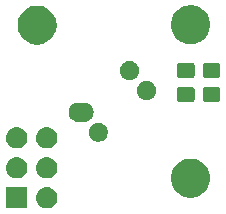
<source format=gts>
G04 #@! TF.GenerationSoftware,KiCad,Pcbnew,5.0.2-bee76a0~70~ubuntu18.04.1*
G04 #@! TF.CreationDate,2019-02-28T13:49:10+03:00*
G04 #@! TF.ProjectId,FIR-sensor-addon,4649522d-7365-46e7-936f-722d6164646f,rev?*
G04 #@! TF.SameCoordinates,Original*
G04 #@! TF.FileFunction,Soldermask,Top*
G04 #@! TF.FilePolarity,Negative*
%FSLAX46Y46*%
G04 Gerber Fmt 4.6, Leading zero omitted, Abs format (unit mm)*
G04 Created by KiCad (PCBNEW 5.0.2-bee76a0~70~ubuntu18.04.1) date Thu 28 Feb 2019 13:49:10 EAT*
%MOMM*%
%LPD*%
G01*
G04 APERTURE LIST*
%ADD10C,0.100000*%
G04 APERTURE END LIST*
D10*
G36*
X135568643Y-98800519D02*
X135634827Y-98807037D01*
X135714620Y-98831242D01*
X135804667Y-98858557D01*
X135943287Y-98932652D01*
X135961191Y-98942222D01*
X135996929Y-98971552D01*
X136098386Y-99054814D01*
X136181648Y-99156271D01*
X136210978Y-99192009D01*
X136210979Y-99192011D01*
X136294643Y-99348533D01*
X136294643Y-99348534D01*
X136346163Y-99518373D01*
X136363559Y-99695000D01*
X136346163Y-99871627D01*
X136311816Y-99984853D01*
X136294643Y-100041467D01*
X136220548Y-100180087D01*
X136210978Y-100197991D01*
X136181648Y-100233729D01*
X136098386Y-100335186D01*
X135996929Y-100418448D01*
X135961191Y-100447778D01*
X135961189Y-100447779D01*
X135804667Y-100531443D01*
X135748053Y-100548616D01*
X135634827Y-100582963D01*
X135568643Y-100589481D01*
X135502460Y-100596000D01*
X135413940Y-100596000D01*
X135347757Y-100589481D01*
X135281573Y-100582963D01*
X135168347Y-100548616D01*
X135111733Y-100531443D01*
X134955211Y-100447779D01*
X134955209Y-100447778D01*
X134919471Y-100418448D01*
X134818014Y-100335186D01*
X134734752Y-100233729D01*
X134705422Y-100197991D01*
X134695852Y-100180087D01*
X134621757Y-100041467D01*
X134604584Y-99984853D01*
X134570237Y-99871627D01*
X134552841Y-99695000D01*
X134570237Y-99518373D01*
X134621757Y-99348534D01*
X134621757Y-99348533D01*
X134705421Y-99192011D01*
X134705422Y-99192009D01*
X134734752Y-99156271D01*
X134818014Y-99054814D01*
X134919471Y-98971552D01*
X134955209Y-98942222D01*
X134973113Y-98932652D01*
X135111733Y-98858557D01*
X135201780Y-98831242D01*
X135281573Y-98807037D01*
X135347757Y-98800519D01*
X135413940Y-98794000D01*
X135502460Y-98794000D01*
X135568643Y-98800519D01*
X135568643Y-98800519D01*
G37*
G36*
X133819200Y-100596000D02*
X132017200Y-100596000D01*
X132017200Y-98794000D01*
X133819200Y-98794000D01*
X133819200Y-100596000D01*
X133819200Y-100596000D01*
G37*
G36*
X148017956Y-96440498D02*
X148124279Y-96461647D01*
X148424742Y-96586103D01*
X148523377Y-96652009D01*
X148695154Y-96766787D01*
X148925113Y-96996746D01*
X148925115Y-96996749D01*
X149105797Y-97267158D01*
X149202851Y-97501466D01*
X149230253Y-97567622D01*
X149275519Y-97795186D01*
X149293700Y-97886591D01*
X149293700Y-98211809D01*
X149230253Y-98530779D01*
X149105797Y-98831242D01*
X149031643Y-98942221D01*
X148925113Y-99101654D01*
X148695154Y-99331613D01*
X148695151Y-99331615D01*
X148424742Y-99512297D01*
X148424741Y-99512298D01*
X148424740Y-99512298D01*
X148336737Y-99548750D01*
X148124279Y-99636753D01*
X148017956Y-99657902D01*
X147805311Y-99700200D01*
X147480089Y-99700200D01*
X147267444Y-99657902D01*
X147161121Y-99636753D01*
X146948663Y-99548750D01*
X146860660Y-99512298D01*
X146860659Y-99512298D01*
X146860658Y-99512297D01*
X146590249Y-99331615D01*
X146590246Y-99331613D01*
X146360287Y-99101654D01*
X146253757Y-98942221D01*
X146179603Y-98831242D01*
X146055147Y-98530779D01*
X145991700Y-98211809D01*
X145991700Y-97886591D01*
X146009882Y-97795186D01*
X146055147Y-97567622D01*
X146082550Y-97501466D01*
X146179603Y-97267158D01*
X146360285Y-96996749D01*
X146360287Y-96996746D01*
X146590246Y-96766787D01*
X146762023Y-96652009D01*
X146860658Y-96586103D01*
X147161121Y-96461647D01*
X147267444Y-96440498D01*
X147480089Y-96398200D01*
X147805311Y-96398200D01*
X148017956Y-96440498D01*
X148017956Y-96440498D01*
G37*
G36*
X135568642Y-96260518D02*
X135634827Y-96267037D01*
X135748053Y-96301384D01*
X135804667Y-96318557D01*
X135943287Y-96392652D01*
X135961191Y-96402222D01*
X135996929Y-96431552D01*
X136098386Y-96514814D01*
X136181648Y-96616271D01*
X136210978Y-96652009D01*
X136210979Y-96652011D01*
X136294643Y-96808533D01*
X136294643Y-96808534D01*
X136346163Y-96978373D01*
X136363559Y-97155000D01*
X136346163Y-97331627D01*
X136311816Y-97444853D01*
X136294643Y-97501467D01*
X136259282Y-97567621D01*
X136210978Y-97657991D01*
X136181648Y-97693729D01*
X136098386Y-97795186D01*
X135996929Y-97878448D01*
X135961191Y-97907778D01*
X135961189Y-97907779D01*
X135804667Y-97991443D01*
X135748053Y-98008616D01*
X135634827Y-98042963D01*
X135568643Y-98049481D01*
X135502460Y-98056000D01*
X135413940Y-98056000D01*
X135347757Y-98049481D01*
X135281573Y-98042963D01*
X135168347Y-98008616D01*
X135111733Y-97991443D01*
X134955211Y-97907779D01*
X134955209Y-97907778D01*
X134919471Y-97878448D01*
X134818014Y-97795186D01*
X134734752Y-97693729D01*
X134705422Y-97657991D01*
X134657118Y-97567621D01*
X134621757Y-97501467D01*
X134604584Y-97444853D01*
X134570237Y-97331627D01*
X134552841Y-97155000D01*
X134570237Y-96978373D01*
X134621757Y-96808534D01*
X134621757Y-96808533D01*
X134705421Y-96652011D01*
X134705422Y-96652009D01*
X134734752Y-96616271D01*
X134818014Y-96514814D01*
X134919471Y-96431552D01*
X134955209Y-96402222D01*
X134973113Y-96392652D01*
X135111733Y-96318557D01*
X135168347Y-96301384D01*
X135281573Y-96267037D01*
X135347758Y-96260518D01*
X135413940Y-96254000D01*
X135502460Y-96254000D01*
X135568642Y-96260518D01*
X135568642Y-96260518D01*
G37*
G36*
X133028642Y-96260518D02*
X133094827Y-96267037D01*
X133208053Y-96301384D01*
X133264667Y-96318557D01*
X133403287Y-96392652D01*
X133421191Y-96402222D01*
X133456929Y-96431552D01*
X133558386Y-96514814D01*
X133641648Y-96616271D01*
X133670978Y-96652009D01*
X133670979Y-96652011D01*
X133754643Y-96808533D01*
X133754643Y-96808534D01*
X133806163Y-96978373D01*
X133823559Y-97155000D01*
X133806163Y-97331627D01*
X133771816Y-97444853D01*
X133754643Y-97501467D01*
X133719282Y-97567621D01*
X133670978Y-97657991D01*
X133641648Y-97693729D01*
X133558386Y-97795186D01*
X133456929Y-97878448D01*
X133421191Y-97907778D01*
X133421189Y-97907779D01*
X133264667Y-97991443D01*
X133208053Y-98008616D01*
X133094827Y-98042963D01*
X133028643Y-98049481D01*
X132962460Y-98056000D01*
X132873940Y-98056000D01*
X132807757Y-98049481D01*
X132741573Y-98042963D01*
X132628347Y-98008616D01*
X132571733Y-97991443D01*
X132415211Y-97907779D01*
X132415209Y-97907778D01*
X132379471Y-97878448D01*
X132278014Y-97795186D01*
X132194752Y-97693729D01*
X132165422Y-97657991D01*
X132117118Y-97567621D01*
X132081757Y-97501467D01*
X132064584Y-97444853D01*
X132030237Y-97331627D01*
X132012841Y-97155000D01*
X132030237Y-96978373D01*
X132081757Y-96808534D01*
X132081757Y-96808533D01*
X132165421Y-96652011D01*
X132165422Y-96652009D01*
X132194752Y-96616271D01*
X132278014Y-96514814D01*
X132379471Y-96431552D01*
X132415209Y-96402222D01*
X132433113Y-96392652D01*
X132571733Y-96318557D01*
X132628347Y-96301384D01*
X132741573Y-96267037D01*
X132807758Y-96260518D01*
X132873940Y-96254000D01*
X132962460Y-96254000D01*
X133028642Y-96260518D01*
X133028642Y-96260518D01*
G37*
G36*
X135568643Y-93720519D02*
X135634827Y-93727037D01*
X135748053Y-93761384D01*
X135804667Y-93778557D01*
X135943287Y-93852652D01*
X135961191Y-93862222D01*
X135996929Y-93891552D01*
X136098386Y-93974814D01*
X136181648Y-94076271D01*
X136210978Y-94112009D01*
X136210979Y-94112011D01*
X136294643Y-94268533D01*
X136294643Y-94268534D01*
X136346163Y-94438373D01*
X136363559Y-94615000D01*
X136346163Y-94791627D01*
X136319910Y-94878171D01*
X136294643Y-94961467D01*
X136220548Y-95100087D01*
X136210978Y-95117991D01*
X136181648Y-95153729D01*
X136098386Y-95255186D01*
X135996929Y-95338448D01*
X135961191Y-95367778D01*
X135961189Y-95367779D01*
X135804667Y-95451443D01*
X135748053Y-95468616D01*
X135634827Y-95502963D01*
X135568643Y-95509481D01*
X135502460Y-95516000D01*
X135413940Y-95516000D01*
X135347757Y-95509481D01*
X135281573Y-95502963D01*
X135168347Y-95468616D01*
X135111733Y-95451443D01*
X134955211Y-95367779D01*
X134955209Y-95367778D01*
X134919471Y-95338448D01*
X134818014Y-95255186D01*
X134734752Y-95153729D01*
X134705422Y-95117991D01*
X134695852Y-95100087D01*
X134621757Y-94961467D01*
X134596490Y-94878171D01*
X134570237Y-94791627D01*
X134552841Y-94615000D01*
X134570237Y-94438373D01*
X134621757Y-94268534D01*
X134621757Y-94268533D01*
X134705421Y-94112011D01*
X134705422Y-94112009D01*
X134734752Y-94076271D01*
X134818014Y-93974814D01*
X134919471Y-93891552D01*
X134955209Y-93862222D01*
X134973113Y-93852652D01*
X135111733Y-93778557D01*
X135168347Y-93761384D01*
X135281573Y-93727037D01*
X135347758Y-93720518D01*
X135413940Y-93714000D01*
X135502460Y-93714000D01*
X135568643Y-93720519D01*
X135568643Y-93720519D01*
G37*
G36*
X133028643Y-93720519D02*
X133094827Y-93727037D01*
X133208053Y-93761384D01*
X133264667Y-93778557D01*
X133403287Y-93852652D01*
X133421191Y-93862222D01*
X133456929Y-93891552D01*
X133558386Y-93974814D01*
X133641648Y-94076271D01*
X133670978Y-94112009D01*
X133670979Y-94112011D01*
X133754643Y-94268533D01*
X133754643Y-94268534D01*
X133806163Y-94438373D01*
X133823559Y-94615000D01*
X133806163Y-94791627D01*
X133779910Y-94878171D01*
X133754643Y-94961467D01*
X133680548Y-95100087D01*
X133670978Y-95117991D01*
X133641648Y-95153729D01*
X133558386Y-95255186D01*
X133456929Y-95338448D01*
X133421191Y-95367778D01*
X133421189Y-95367779D01*
X133264667Y-95451443D01*
X133208053Y-95468616D01*
X133094827Y-95502963D01*
X133028643Y-95509481D01*
X132962460Y-95516000D01*
X132873940Y-95516000D01*
X132807757Y-95509481D01*
X132741573Y-95502963D01*
X132628347Y-95468616D01*
X132571733Y-95451443D01*
X132415211Y-95367779D01*
X132415209Y-95367778D01*
X132379471Y-95338448D01*
X132278014Y-95255186D01*
X132194752Y-95153729D01*
X132165422Y-95117991D01*
X132155852Y-95100087D01*
X132081757Y-94961467D01*
X132056490Y-94878171D01*
X132030237Y-94791627D01*
X132012841Y-94615000D01*
X132030237Y-94438373D01*
X132081757Y-94268534D01*
X132081757Y-94268533D01*
X132165421Y-94112011D01*
X132165422Y-94112009D01*
X132194752Y-94076271D01*
X132278014Y-93974814D01*
X132379471Y-93891552D01*
X132415209Y-93862222D01*
X132433113Y-93852652D01*
X132571733Y-93778557D01*
X132628347Y-93761384D01*
X132741573Y-93727037D01*
X132807758Y-93720518D01*
X132873940Y-93714000D01*
X132962460Y-93714000D01*
X133028643Y-93720519D01*
X133028643Y-93720519D01*
G37*
G36*
X140062282Y-93375942D02*
X140210242Y-93437230D01*
X140343398Y-93526202D01*
X140456638Y-93639442D01*
X140545610Y-93772598D01*
X140606898Y-93920558D01*
X140638140Y-94077625D01*
X140638140Y-94237775D01*
X140606898Y-94394842D01*
X140545610Y-94542802D01*
X140456638Y-94675958D01*
X140343398Y-94789198D01*
X140210242Y-94878170D01*
X140062282Y-94939458D01*
X139905215Y-94970700D01*
X139745065Y-94970700D01*
X139587998Y-94939458D01*
X139440038Y-94878170D01*
X139306882Y-94789198D01*
X139193642Y-94675958D01*
X139104670Y-94542802D01*
X139043382Y-94394842D01*
X139012140Y-94237775D01*
X139012140Y-94077625D01*
X139043382Y-93920558D01*
X139104670Y-93772598D01*
X139193642Y-93639442D01*
X139306882Y-93526202D01*
X139440038Y-93437230D01*
X139587998Y-93375942D01*
X139745065Y-93344700D01*
X139905215Y-93344700D01*
X140062282Y-93375942D01*
X140062282Y-93375942D01*
G37*
G36*
X138686177Y-91651071D02*
X138765806Y-91658914D01*
X138867973Y-91689906D01*
X138919058Y-91705402D01*
X139060295Y-91780895D01*
X139184089Y-91882491D01*
X139285685Y-92006285D01*
X139361178Y-92147522D01*
X139361178Y-92147523D01*
X139407666Y-92300774D01*
X139423363Y-92460150D01*
X139407666Y-92619526D01*
X139376674Y-92721693D01*
X139361178Y-92772778D01*
X139285685Y-92914015D01*
X139184089Y-93037809D01*
X139060295Y-93139405D01*
X138919058Y-93214898D01*
X138867973Y-93230394D01*
X138765806Y-93261386D01*
X138686177Y-93269229D01*
X138646364Y-93273150D01*
X138090496Y-93273150D01*
X138050683Y-93269229D01*
X137971054Y-93261386D01*
X137868887Y-93230394D01*
X137817802Y-93214898D01*
X137676565Y-93139405D01*
X137552771Y-93037809D01*
X137451175Y-92914015D01*
X137375682Y-92772778D01*
X137360186Y-92721693D01*
X137329194Y-92619526D01*
X137313497Y-92460150D01*
X137329194Y-92300774D01*
X137375682Y-92147523D01*
X137375682Y-92147522D01*
X137451175Y-92006285D01*
X137552771Y-91882491D01*
X137676565Y-91780895D01*
X137817802Y-91705402D01*
X137868887Y-91689906D01*
X137971054Y-91658914D01*
X138050683Y-91651071D01*
X138090496Y-91647150D01*
X138646364Y-91647150D01*
X138686177Y-91651071D01*
X138686177Y-91651071D01*
G37*
G36*
X147819777Y-90344865D02*
X147857464Y-90356298D01*
X147892203Y-90374866D01*
X147922648Y-90399852D01*
X147947634Y-90430297D01*
X147966202Y-90465036D01*
X147977635Y-90502723D01*
X147982100Y-90548061D01*
X147982100Y-91384739D01*
X147977635Y-91430077D01*
X147966202Y-91467764D01*
X147947634Y-91502503D01*
X147922648Y-91532948D01*
X147892203Y-91557934D01*
X147857464Y-91576502D01*
X147819777Y-91587935D01*
X147774439Y-91592400D01*
X146687761Y-91592400D01*
X146642423Y-91587935D01*
X146604736Y-91576502D01*
X146569997Y-91557934D01*
X146539552Y-91532948D01*
X146514566Y-91502503D01*
X146495998Y-91467764D01*
X146484565Y-91430077D01*
X146480100Y-91384739D01*
X146480100Y-90548061D01*
X146484565Y-90502723D01*
X146495998Y-90465036D01*
X146514566Y-90430297D01*
X146539552Y-90399852D01*
X146569997Y-90374866D01*
X146604736Y-90356298D01*
X146642423Y-90344865D01*
X146687761Y-90340400D01*
X147774439Y-90340400D01*
X147819777Y-90344865D01*
X147819777Y-90344865D01*
G37*
G36*
X149991477Y-90332165D02*
X150029164Y-90343598D01*
X150063903Y-90362166D01*
X150094348Y-90387152D01*
X150119334Y-90417597D01*
X150137902Y-90452336D01*
X150149335Y-90490023D01*
X150153800Y-90535361D01*
X150153800Y-91372039D01*
X150149335Y-91417377D01*
X150137902Y-91455064D01*
X150119334Y-91489803D01*
X150094348Y-91520248D01*
X150063903Y-91545234D01*
X150029164Y-91563802D01*
X149991477Y-91575235D01*
X149946139Y-91579700D01*
X148859461Y-91579700D01*
X148814123Y-91575235D01*
X148776436Y-91563802D01*
X148741697Y-91545234D01*
X148711252Y-91520248D01*
X148686266Y-91489803D01*
X148667698Y-91455064D01*
X148656265Y-91417377D01*
X148651800Y-91372039D01*
X148651800Y-90535361D01*
X148656265Y-90490023D01*
X148667698Y-90452336D01*
X148686266Y-90417597D01*
X148711252Y-90387152D01*
X148741697Y-90362166D01*
X148776436Y-90343598D01*
X148814123Y-90332165D01*
X148859461Y-90327700D01*
X149946139Y-90327700D01*
X149991477Y-90332165D01*
X149991477Y-90332165D01*
G37*
G36*
X144154112Y-89856492D02*
X144302072Y-89917780D01*
X144435228Y-90006752D01*
X144548468Y-90119992D01*
X144637440Y-90253148D01*
X144698728Y-90401108D01*
X144729970Y-90558175D01*
X144729970Y-90718325D01*
X144698728Y-90875392D01*
X144637440Y-91023352D01*
X144548468Y-91156508D01*
X144435228Y-91269748D01*
X144302072Y-91358720D01*
X144154112Y-91420008D01*
X143997045Y-91451250D01*
X143836895Y-91451250D01*
X143679828Y-91420008D01*
X143531868Y-91358720D01*
X143398712Y-91269748D01*
X143285472Y-91156508D01*
X143196500Y-91023352D01*
X143135212Y-90875392D01*
X143103970Y-90718325D01*
X143103970Y-90558175D01*
X143135212Y-90401108D01*
X143196500Y-90253148D01*
X143285472Y-90119992D01*
X143398712Y-90006752D01*
X143531868Y-89917780D01*
X143679828Y-89856492D01*
X143836895Y-89825250D01*
X143997045Y-89825250D01*
X144154112Y-89856492D01*
X144154112Y-89856492D01*
G37*
G36*
X142697402Y-88161592D02*
X142845362Y-88222880D01*
X142912390Y-88267667D01*
X142978517Y-88311851D01*
X143091759Y-88425093D01*
X143114025Y-88458417D01*
X143180730Y-88558248D01*
X143242018Y-88706208D01*
X143273260Y-88863275D01*
X143273260Y-89023425D01*
X143242018Y-89180492D01*
X143204848Y-89270227D01*
X143180731Y-89328450D01*
X143099527Y-89449982D01*
X143091758Y-89461608D01*
X142978518Y-89574848D01*
X142845362Y-89663820D01*
X142697402Y-89725108D01*
X142540335Y-89756350D01*
X142380185Y-89756350D01*
X142223118Y-89725108D01*
X142075158Y-89663820D01*
X141942002Y-89574848D01*
X141828762Y-89461608D01*
X141820994Y-89449982D01*
X141739789Y-89328450D01*
X141715672Y-89270227D01*
X141678502Y-89180492D01*
X141647260Y-89023425D01*
X141647260Y-88863275D01*
X141678502Y-88706208D01*
X141739790Y-88558248D01*
X141806495Y-88458417D01*
X141828761Y-88425093D01*
X141942003Y-88311851D01*
X142008130Y-88267667D01*
X142075158Y-88222880D01*
X142223118Y-88161592D01*
X142380185Y-88130350D01*
X142540335Y-88130350D01*
X142697402Y-88161592D01*
X142697402Y-88161592D01*
G37*
G36*
X147819777Y-88294865D02*
X147857464Y-88306298D01*
X147892203Y-88324866D01*
X147922648Y-88349852D01*
X147947634Y-88380297D01*
X147966202Y-88415036D01*
X147977635Y-88452723D01*
X147982100Y-88498061D01*
X147982100Y-89334739D01*
X147977635Y-89380077D01*
X147966202Y-89417764D01*
X147947634Y-89452503D01*
X147922648Y-89482948D01*
X147892203Y-89507934D01*
X147857464Y-89526502D01*
X147819777Y-89537935D01*
X147774439Y-89542400D01*
X146687761Y-89542400D01*
X146642423Y-89537935D01*
X146604736Y-89526502D01*
X146569997Y-89507934D01*
X146539552Y-89482948D01*
X146514566Y-89452503D01*
X146495998Y-89417764D01*
X146484565Y-89380077D01*
X146480100Y-89334739D01*
X146480100Y-88498061D01*
X146484565Y-88452723D01*
X146495998Y-88415036D01*
X146514566Y-88380297D01*
X146539552Y-88349852D01*
X146569997Y-88324866D01*
X146604736Y-88306298D01*
X146642423Y-88294865D01*
X146687761Y-88290400D01*
X147774439Y-88290400D01*
X147819777Y-88294865D01*
X147819777Y-88294865D01*
G37*
G36*
X149991477Y-88282165D02*
X150029164Y-88293598D01*
X150063903Y-88312166D01*
X150094348Y-88337152D01*
X150119334Y-88367597D01*
X150137902Y-88402336D01*
X150149335Y-88440023D01*
X150153800Y-88485361D01*
X150153800Y-89322039D01*
X150149335Y-89367377D01*
X150137902Y-89405064D01*
X150119334Y-89439803D01*
X150094348Y-89470248D01*
X150063903Y-89495234D01*
X150029164Y-89513802D01*
X149991477Y-89525235D01*
X149946139Y-89529700D01*
X148859461Y-89529700D01*
X148814123Y-89525235D01*
X148776436Y-89513802D01*
X148741697Y-89495234D01*
X148711252Y-89470248D01*
X148686266Y-89439803D01*
X148667698Y-89405064D01*
X148656265Y-89367377D01*
X148651800Y-89322039D01*
X148651800Y-88485361D01*
X148656265Y-88440023D01*
X148667698Y-88402336D01*
X148686266Y-88367597D01*
X148711252Y-88337152D01*
X148741697Y-88312166D01*
X148776436Y-88293598D01*
X148814123Y-88282165D01*
X148859461Y-88277700D01*
X149946139Y-88277700D01*
X149991477Y-88282165D01*
X149991477Y-88282165D01*
G37*
G36*
X135017956Y-83481298D02*
X135124279Y-83502447D01*
X135424742Y-83626903D01*
X135634090Y-83766785D01*
X135695154Y-83807587D01*
X135925113Y-84037546D01*
X135925115Y-84037549D01*
X136078537Y-84267160D01*
X136105798Y-84307960D01*
X136230253Y-84608422D01*
X136285585Y-84886591D01*
X136293700Y-84927391D01*
X136293700Y-85252609D01*
X136238369Y-85530779D01*
X136230253Y-85571578D01*
X136105798Y-85872040D01*
X135925113Y-86142454D01*
X135695154Y-86372413D01*
X135695151Y-86372415D01*
X135424742Y-86553097D01*
X135124279Y-86677553D01*
X135017956Y-86698702D01*
X134805311Y-86741000D01*
X134480089Y-86741000D01*
X134267444Y-86698702D01*
X134161121Y-86677553D01*
X133860658Y-86553097D01*
X133590249Y-86372415D01*
X133590246Y-86372413D01*
X133360287Y-86142454D01*
X133179602Y-85872040D01*
X133055147Y-85571578D01*
X133047032Y-85530779D01*
X132991700Y-85252609D01*
X132991700Y-84927391D01*
X132999816Y-84886591D01*
X133055147Y-84608422D01*
X133179602Y-84307960D01*
X133206864Y-84267160D01*
X133360285Y-84037549D01*
X133360287Y-84037546D01*
X133590246Y-83807587D01*
X133651310Y-83766785D01*
X133860658Y-83626903D01*
X134161121Y-83502447D01*
X134267444Y-83481298D01*
X134480089Y-83439000D01*
X134805311Y-83439000D01*
X135017956Y-83481298D01*
X135017956Y-83481298D01*
G37*
G36*
X148010425Y-83439000D02*
X148124279Y-83461647D01*
X148424742Y-83586103D01*
X148485803Y-83626903D01*
X148695154Y-83766787D01*
X148925113Y-83996746D01*
X148925115Y-83996749D01*
X149105797Y-84267158D01*
X149230253Y-84567621D01*
X149238369Y-84608422D01*
X149293700Y-84886589D01*
X149293700Y-85211811D01*
X149285584Y-85252611D01*
X149230253Y-85530779D01*
X149105797Y-85831242D01*
X149078535Y-85872042D01*
X148925113Y-86101654D01*
X148695154Y-86331613D01*
X148695151Y-86331615D01*
X148424742Y-86512297D01*
X148124279Y-86636753D01*
X148017956Y-86657902D01*
X147805311Y-86700200D01*
X147480089Y-86700200D01*
X147267444Y-86657902D01*
X147161121Y-86636753D01*
X146860658Y-86512297D01*
X146590249Y-86331615D01*
X146590246Y-86331613D01*
X146360287Y-86101654D01*
X146206865Y-85872042D01*
X146179603Y-85831242D01*
X146055147Y-85530779D01*
X145999816Y-85252611D01*
X145991700Y-85211811D01*
X145991700Y-84886589D01*
X146047031Y-84608422D01*
X146055147Y-84567621D01*
X146179603Y-84267158D01*
X146360285Y-83996749D01*
X146360287Y-83996746D01*
X146590246Y-83766787D01*
X146799597Y-83626903D01*
X146860658Y-83586103D01*
X147161121Y-83461647D01*
X147274975Y-83439000D01*
X147480089Y-83398200D01*
X147805311Y-83398200D01*
X148010425Y-83439000D01*
X148010425Y-83439000D01*
G37*
M02*

</source>
